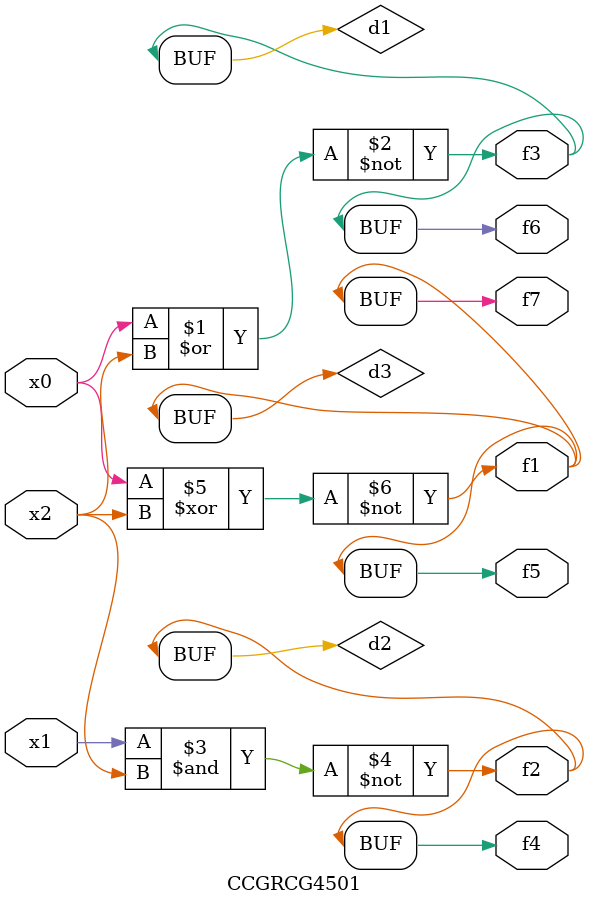
<source format=v>
module CCGRCG4501(
	input x0, x1, x2,
	output f1, f2, f3, f4, f5, f6, f7
);

	wire d1, d2, d3;

	nor (d1, x0, x2);
	nand (d2, x1, x2);
	xnor (d3, x0, x2);
	assign f1 = d3;
	assign f2 = d2;
	assign f3 = d1;
	assign f4 = d2;
	assign f5 = d3;
	assign f6 = d1;
	assign f7 = d3;
endmodule

</source>
